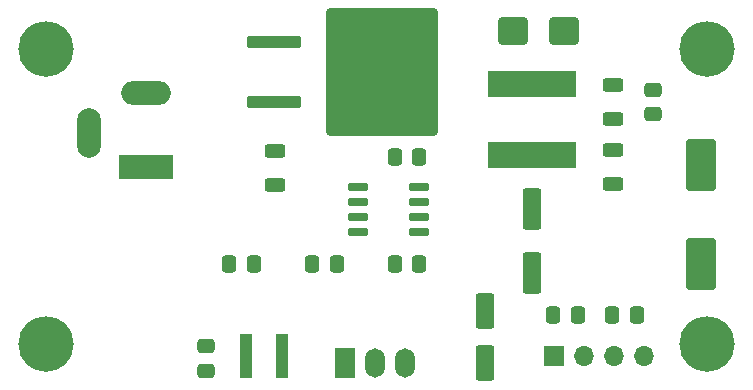
<source format=gbr>
%TF.GenerationSoftware,KiCad,Pcbnew,8.0.4+dfsg-1*%
%TF.CreationDate,2025-03-03T18:40:41+01:00*%
%TF.ProjectId,nixie-clock-psu,6e697869-652d-4636-9c6f-636b2d707375,rev?*%
%TF.SameCoordinates,Original*%
%TF.FileFunction,Soldermask,Top*%
%TF.FilePolarity,Negative*%
%FSLAX46Y46*%
G04 Gerber Fmt 4.6, Leading zero omitted, Abs format (unit mm)*
G04 Created by KiCad (PCBNEW 8.0.4+dfsg-1) date 2025-03-03 18:40:41*
%MOMM*%
%LPD*%
G01*
G04 APERTURE LIST*
G04 Aperture macros list*
%AMRoundRect*
0 Rectangle with rounded corners*
0 $1 Rounding radius*
0 $2 $3 $4 $5 $6 $7 $8 $9 X,Y pos of 4 corners*
0 Add a 4 corners polygon primitive as box body*
4,1,4,$2,$3,$4,$5,$6,$7,$8,$9,$2,$3,0*
0 Add four circle primitives for the rounded corners*
1,1,$1+$1,$2,$3*
1,1,$1+$1,$4,$5*
1,1,$1+$1,$6,$7*
1,1,$1+$1,$8,$9*
0 Add four rect primitives between the rounded corners*
20,1,$1+$1,$2,$3,$4,$5,0*
20,1,$1+$1,$4,$5,$6,$7,0*
20,1,$1+$1,$6,$7,$8,$9,0*
20,1,$1+$1,$8,$9,$2,$3,0*%
G04 Aperture macros list end*
%ADD10RoundRect,0.150000X-0.725000X-0.150000X0.725000X-0.150000X0.725000X0.150000X-0.725000X0.150000X0*%
%ADD11R,1.700000X2.500000*%
%ADD12O,1.700000X2.500000*%
%ADD13RoundRect,0.250000X-0.337500X-0.475000X0.337500X-0.475000X0.337500X0.475000X-0.337500X0.475000X0*%
%ADD14RoundRect,0.250000X-0.625000X0.312500X-0.625000X-0.312500X0.625000X-0.312500X0.625000X0.312500X0*%
%ADD15C,4.700000*%
%ADD16RoundRect,0.250000X0.550000X-1.250000X0.550000X1.250000X-0.550000X1.250000X-0.550000X-1.250000X0*%
%ADD17RoundRect,0.250000X-0.550000X1.500000X-0.550000X-1.500000X0.550000X-1.500000X0.550000X1.500000X0*%
%ADD18R,4.600000X2.000000*%
%ADD19O,4.200000X2.000000*%
%ADD20O,2.000000X4.200000*%
%ADD21RoundRect,0.250000X1.000000X0.900000X-1.000000X0.900000X-1.000000X-0.900000X1.000000X-0.900000X0*%
%ADD22RoundRect,0.250000X0.475000X-0.337500X0.475000X0.337500X-0.475000X0.337500X-0.475000X-0.337500X0*%
%ADD23RoundRect,0.250000X1.000000X-1.950000X1.000000X1.950000X-1.000000X1.950000X-1.000000X-1.950000X0*%
%ADD24RoundRect,0.250000X-2.050000X-0.300000X2.050000X-0.300000X2.050000X0.300000X-2.050000X0.300000X0*%
%ADD25RoundRect,0.250002X-4.449998X-5.149998X4.449998X-5.149998X4.449998X5.149998X-4.449998X5.149998X0*%
%ADD26RoundRect,0.250000X-0.475000X0.337500X-0.475000X-0.337500X0.475000X-0.337500X0.475000X0.337500X0*%
%ADD27R,1.100000X3.700000*%
%ADD28RoundRect,0.250000X0.337500X0.475000X-0.337500X0.475000X-0.337500X-0.475000X0.337500X-0.475000X0*%
%ADD29R,7.500000X2.200000*%
%ADD30R,1.700000X1.700000*%
%ADD31O,1.700000X1.700000*%
G04 APERTURE END LIST*
D10*
%TO.C,U1*%
X176425000Y-102695000D03*
X176425000Y-103965000D03*
X176425000Y-105235000D03*
X176425000Y-106505000D03*
X181575000Y-106505000D03*
X181575000Y-105235000D03*
X181575000Y-103965000D03*
X181575000Y-102695000D03*
%TD*%
D11*
%TO.C,U2*%
X175320000Y-117600000D03*
D12*
X177860000Y-117600000D03*
X180400000Y-117600000D03*
%TD*%
D13*
%TO.C,C3*%
X172562500Y-109200000D03*
X174637500Y-109200000D03*
%TD*%
%TO.C,C10*%
X197962500Y-113500000D03*
X200037500Y-113500000D03*
%TD*%
D14*
%TO.C,R2*%
X198000000Y-99537500D03*
X198000000Y-102462500D03*
%TD*%
D15*
%TO.C,H4*%
X206000000Y-91000000D03*
%TD*%
D13*
%TO.C,C4*%
X192962500Y-113500000D03*
X195037500Y-113500000D03*
%TD*%
D16*
%TO.C,C5*%
X187200000Y-117600000D03*
X187200000Y-113200000D03*
%TD*%
D17*
%TO.C,C6*%
X191200000Y-104550000D03*
X191200000Y-109950000D03*
%TD*%
D15*
%TO.C,H2*%
X150000000Y-116000000D03*
%TD*%
%TO.C,H3*%
X150000000Y-91000000D03*
%TD*%
D18*
%TO.C,J2*%
X158455000Y-101000000D03*
D19*
X158455000Y-94700000D03*
D20*
X153655000Y-98100000D03*
%TD*%
D21*
%TO.C,D2*%
X193850000Y-89500000D03*
X189550000Y-89500000D03*
%TD*%
D22*
%TO.C,C1*%
X163600000Y-118237500D03*
X163600000Y-116162500D03*
%TD*%
D23*
%TO.C,C7*%
X205500000Y-109200000D03*
X205500000Y-100800000D03*
%TD*%
D14*
%TO.C,R1*%
X198000000Y-94037500D03*
X198000000Y-96962500D03*
%TD*%
%TO.C,R3*%
X169400000Y-99629500D03*
X169400000Y-102554500D03*
%TD*%
D24*
%TO.C,Q1*%
X169350000Y-90460000D03*
D25*
X178500000Y-93000000D03*
D24*
X169350000Y-95540000D03*
%TD*%
D26*
%TO.C,C11*%
X201450000Y-94462500D03*
X201450000Y-96537500D03*
%TD*%
D27*
%TO.C,L1*%
X167000000Y-117000000D03*
X170000000Y-117000000D03*
%TD*%
D13*
%TO.C,C2*%
X165562500Y-109200000D03*
X167637500Y-109200000D03*
%TD*%
D28*
%TO.C,C9*%
X181637500Y-100200000D03*
X179562500Y-100200000D03*
%TD*%
D29*
%TO.C,L2*%
X191200000Y-100000000D03*
X191200000Y-94000000D03*
%TD*%
D15*
%TO.C,H1*%
X206000000Y-116000000D03*
%TD*%
D13*
%TO.C,C8*%
X179562500Y-109200000D03*
X181637500Y-109200000D03*
%TD*%
D30*
%TO.C,J1*%
X193000000Y-117000000D03*
D31*
X195540000Y-117000000D03*
X198080000Y-117000000D03*
X200620000Y-117000000D03*
%TD*%
M02*

</source>
